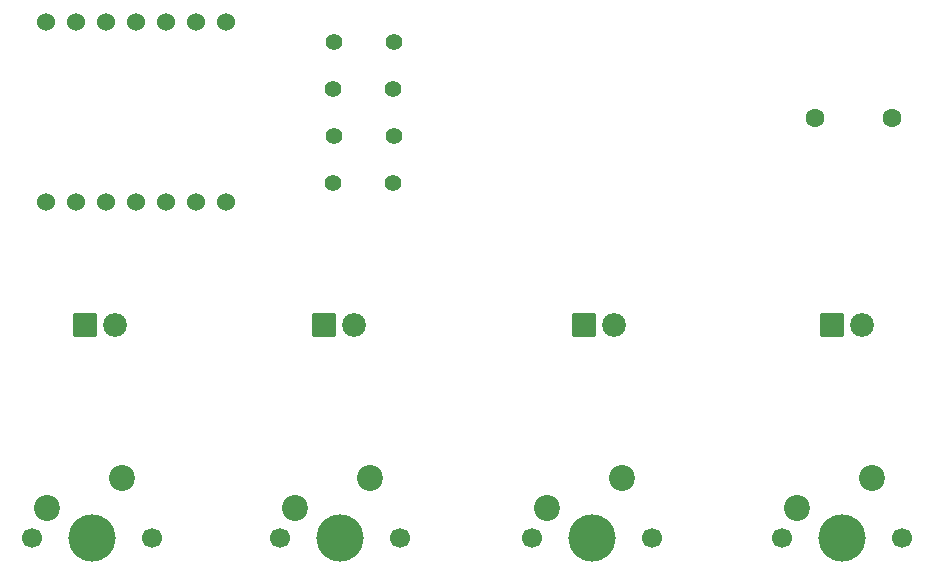
<source format=gbr>
%TF.GenerationSoftware,KiCad,Pcbnew,9.0.2*%
%TF.CreationDate,2025-07-04T18:03:36-03:00*%
%TF.ProjectId,pathfinder,70617468-6669-46e6-9465-722e6b696361,rev?*%
%TF.SameCoordinates,Original*%
%TF.FileFunction,Soldermask,Bot*%
%TF.FilePolarity,Negative*%
%FSLAX46Y46*%
G04 Gerber Fmt 4.6, Leading zero omitted, Abs format (unit mm)*
G04 Created by KiCad (PCBNEW 9.0.2) date 2025-07-04 18:03:36*
%MOMM*%
%LPD*%
G01*
G04 APERTURE LIST*
G04 Aperture macros list*
%AMRoundRect*
0 Rectangle with rounded corners*
0 $1 Rounding radius*
0 $2 $3 $4 $5 $6 $7 $8 $9 X,Y pos of 4 corners*
0 Add a 4 corners polygon primitive as box body*
4,1,4,$2,$3,$4,$5,$6,$7,$8,$9,$2,$3,0*
0 Add four circle primitives for the rounded corners*
1,1,$1+$1,$2,$3*
1,1,$1+$1,$4,$5*
1,1,$1+$1,$6,$7*
1,1,$1+$1,$8,$9*
0 Add four rect primitives between the rounded corners*
20,1,$1+$1,$2,$3,$4,$5,0*
20,1,$1+$1,$4,$5,$6,$7,0*
20,1,$1+$1,$6,$7,$8,$9,0*
20,1,$1+$1,$8,$9,$2,$3,0*%
G04 Aperture macros list end*
%ADD10C,1.700000*%
%ADD11C,4.000000*%
%ADD12C,2.200000*%
%ADD13C,1.400000*%
%ADD14C,2.019000*%
%ADD15RoundRect,0.102000X-0.907500X-0.907500X0.907500X-0.907500X0.907500X0.907500X-0.907500X0.907500X0*%
%ADD16C,1.600000*%
%ADD17C,1.524000*%
G04 APERTURE END LIST*
D10*
%TO.C,SW1*%
X137840000Y-118000000D03*
D11*
X142920000Y-118000000D03*
D10*
X148000000Y-118000000D03*
D12*
X145460000Y-112920000D03*
X139110000Y-115460000D03*
%TD*%
D13*
%TO.C,R2*%
X121000000Y-80000000D03*
X126080000Y-80000000D03*
%TD*%
D10*
%TO.C,SW4*%
X159000000Y-118000000D03*
D11*
X164080000Y-118000000D03*
D10*
X169160000Y-118000000D03*
D12*
X166620000Y-112920000D03*
X160270000Y-115460000D03*
%TD*%
D14*
%TO.C,D3*%
X122770000Y-100000000D03*
D15*
X120230000Y-100000000D03*
%TD*%
D13*
%TO.C,R1*%
X121080000Y-76000000D03*
X126160000Y-76000000D03*
%TD*%
D14*
%TO.C,D1*%
X102500000Y-100000000D03*
D15*
X99960000Y-100000000D03*
%TD*%
D13*
%TO.C,R4*%
X121000000Y-88000000D03*
X126080000Y-88000000D03*
%TD*%
D16*
%TO.C,BZ1*%
X161750000Y-82500000D03*
X168250000Y-82500000D03*
%TD*%
D17*
%TO.C,U1*%
X96648500Y-89620000D03*
X99188500Y-89620000D03*
X101728500Y-89620000D03*
X104268500Y-89620000D03*
X106808500Y-89620000D03*
X109348500Y-89620000D03*
X111888500Y-89620000D03*
X111888500Y-74380000D03*
X109348500Y-74380000D03*
X106808500Y-74380000D03*
X104268500Y-74380000D03*
X101728500Y-74380000D03*
X99188500Y-74380000D03*
X96648500Y-74380000D03*
%TD*%
D14*
%TO.C,D4*%
X144770000Y-100000000D03*
D15*
X142230000Y-100000000D03*
%TD*%
D13*
%TO.C,R3*%
X121080000Y-84000000D03*
X126160000Y-84000000D03*
%TD*%
D14*
%TO.C,D2*%
X165770000Y-100000000D03*
D15*
X163230000Y-100000000D03*
%TD*%
D10*
%TO.C,SW3*%
X116500000Y-118000000D03*
D11*
X121580000Y-118000000D03*
D10*
X126660000Y-118000000D03*
D12*
X124120000Y-112920000D03*
X117770000Y-115460000D03*
%TD*%
D10*
%TO.C,SW2*%
X95500000Y-118000000D03*
D11*
X100580000Y-118000000D03*
D10*
X105660000Y-118000000D03*
D12*
X103120000Y-112920000D03*
X96770000Y-115460000D03*
%TD*%
M02*

</source>
